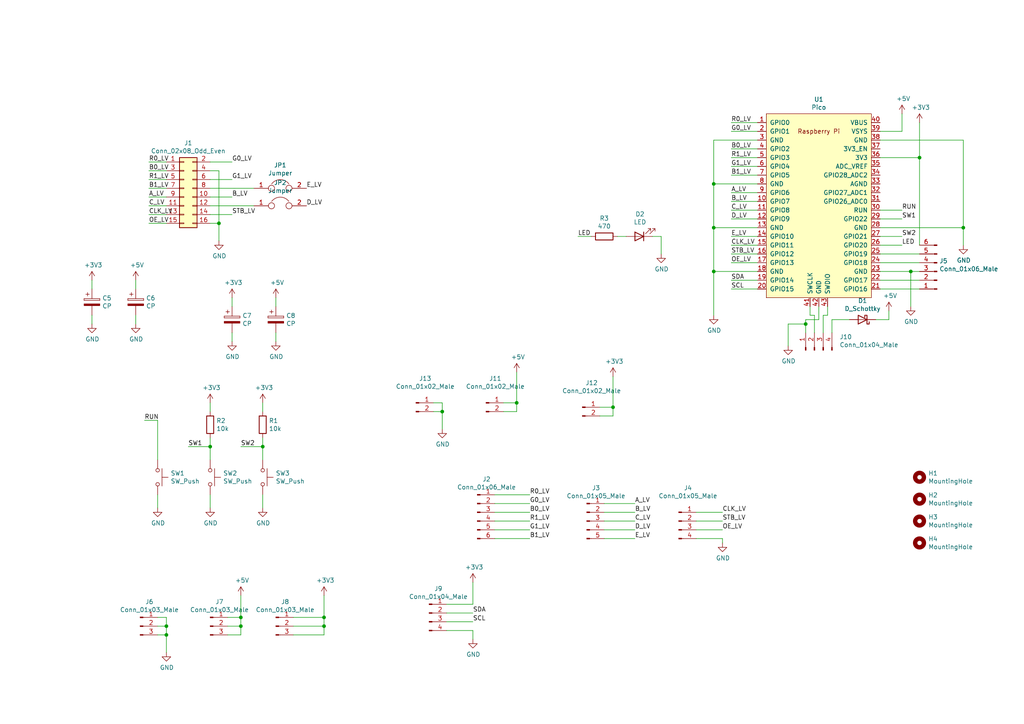
<source format=kicad_sch>
(kicad_sch (version 20230121) (generator eeschema)
  (paper "A4")
  (lib_symbols
    (symbol "Connector_Generic:Conn_02x08_Odd_Even" (pin_names (offset 1.016) hide)
      (property "Reference" "J" (at 1.27 10.16 0))
      (property "Value" "Conn_02x08_Odd_Even" (at 1.27 -12.7 0))
      (symbol "Conn_02x08_Odd_Even_1_1"
        (rectangle (start -1.27 -10.033) (end 0 -10.287) (stroke (width 0.1524)))
        (rectangle (start -1.27 -7.493) (end 0 -7.747) (stroke (width 0.1524)))
        (rectangle (start -1.27 -4.953) (end 0 -5.207) (stroke (width 0.1524)))
        (rectangle (start -1.27 -2.413) (end 0 -2.667) (stroke (width 0.1524)))
        (rectangle (start -1.27 0.127) (end 0 -0.127) (stroke (width 0.1524)))
        (rectangle (start -1.27 2.667) (end 0 2.413) (stroke (width 0.1524)))
        (rectangle (start -1.27 5.207) (end 0 4.953) (stroke (width 0.1524)))
        (rectangle (start -1.27 7.747) (end 0 7.493) (stroke (width 0.1524)))
        (rectangle (start -1.27 8.89) (end 3.81 -11.43) (stroke (width 0.254)) (fill (type background)))
        (rectangle (start 3.81 -10.033) (end 2.54 -10.287) (stroke (width 0.1524)))
        (rectangle (start 3.81 -7.493) (end 2.54 -7.747) (stroke (width 0.1524)))
        (rectangle (start 3.81 -4.953) (end 2.54 -5.207) (stroke (width 0.1524)))
        (rectangle (start 3.81 -2.413) (end 2.54 -2.667) (stroke (width 0.1524)))
        (rectangle (start 3.81 0.127) (end 2.54 -0.127) (stroke (width 0.1524)))
        (rectangle (start 3.81 2.667) (end 2.54 2.413) (stroke (width 0.1524)))
        (rectangle (start 3.81 5.207) (end 2.54 4.953) (stroke (width 0.1524)))
        (rectangle (start 3.81 7.747) (end 2.54 7.493) (stroke (width 0.1524)))
        (pin passive line (at -5.08 7.62 0) (length 3.81) (name "Pin_1") (number "1"))
        (pin passive line (at 7.62 -2.54 180) (length 3.81) (name "Pin_10") (number "10"))
        (pin passive line (at -5.08 -5.08 0) (length 3.81) (name "Pin_11") (number "11"))
        (pin passive line (at 7.62 -5.08 180) (length 3.81) (name "Pin_12") (number "12"))
        (pin passive line (at -5.08 -7.62 0) (length 3.81) (name "Pin_13") (number "13"))
        (pin passive line (at 7.62 -7.62 180) (length 3.81) (name "Pin_14") (number "14"))
        (pin passive line (at -5.08 -10.16 0) (length 3.81) (name "Pin_15") (number "15"))
        (pin passive line (at 7.62 -10.16 180) (length 3.81) (name "Pin_16") (number "16"))
        (pin passive line (at 7.62 7.62 180) (length 3.81) (name "Pin_2") (number "2"))
        (pin passive line (at -5.08 5.08 0) (length 3.81) (name "Pin_3") (number "3"))
        (pin passive line (at 7.62 5.08 180) (length 3.81) (name "Pin_4") (number "4"))
        (pin passive line (at -5.08 2.54 0) (length 3.81) (name "Pin_5") (number "5"))
        (pin passive line (at 7.62 2.54 180) (length 3.81) (name "Pin_6") (number "6"))
        (pin passive line (at -5.08 0 0) (length 3.81) (name "Pin_7") (number "7"))
        (pin passive line (at 7.62 0 180) (length 3.81) (name "Pin_8") (number "8"))
        (pin passive line (at -5.08 -2.54 0) (length 3.81) (name "Pin_9") (number "9"))
      )
    )
    (symbol "Device:D_Schottky" (pin_numbers hide) (pin_names (offset 1.016) hide)
      (property "Reference" "D" (at 0 2.54 0))
      (property "Value" "D_Schottky" (at 0 -2.54 0))
      (symbol "D_Schottky_0_1"
        (polyline (pts (xy 1.27 0) (xy -1.27 0)))
        (polyline (pts (xy 1.27 1.27) (xy 1.27 -1.27) (xy -1.27 0) (xy 1.27 1.27)) (stroke (width 0.254)))
        (polyline (pts (xy -1.905 0.635) (xy -1.905 1.27) (xy -1.27 1.27) (xy -1.27 -1.27) (xy -0.635 -1.27) (xy -0.635 -0.635)) (stroke (width 0.254)))
      )
      (symbol "D_Schottky_1_1"
        (pin passive line (at -3.81 0 0) (length 2.54) (name "K") (number "1"))
        (pin passive line (at 3.81 0 180) (length 2.54) (name "A") (number "2"))
      )
    )
    (symbol "Device:LED" (pin_numbers hide) (pin_names (offset 1.016) hide)
      (property "Reference" "D" (at 0 2.54 0))
      (property "Value" "LED" (at 0 -2.54 0))
      (symbol "LED_0_1"
        (polyline (pts (xy -1.27 -1.27) (xy -1.27 1.27)) (stroke (width 0.254)))
        (polyline (pts (xy -1.27 0) (xy 1.27 0)))
        (polyline (pts (xy 1.27 -1.27) (xy 1.27 1.27) (xy -1.27 0) (xy 1.27 -1.27)) (stroke (width 0.254)))
        (polyline (pts (xy -3.048 -0.762) (xy -4.572 -2.286) (xy -3.81 -2.286) (xy -4.572 -2.286) (xy -4.572 -1.524)))
        (polyline (pts (xy -1.778 -0.762) (xy -3.302 -2.286) (xy -2.54 -2.286) (xy -3.302 -2.286) (xy -3.302 -1.524)))
      )
      (symbol "LED_1_1"
        (pin passive line (at -3.81 0 0) (length 2.54) (name "K") (number "1"))
        (pin passive line (at 3.81 0 180) (length 2.54) (name "A") (number "2"))
      )
    )
    (symbol "Device:R" (pin_numbers hide) (pin_names (offset 0))
      (property "Reference" "R" (at 2.032 0 90))
      (property "Value" "R" (at 0 0 90))
      (symbol "R_0_1"
        (rectangle (start -1.016 -2.54) (end 1.016 2.54) (stroke (width 0.254)))
      )
      (symbol "R_1_1"
        (pin passive line (at 0 3.81 270) (length 1.27) (name "~") (number "1"))
        (pin passive line (at 0 -3.81 90) (length 1.27) (name "~") (number "2"))
      )
    )
    (symbol "MCU_RaspberryPi_and_Boards:Pico" (pin_names (offset 1.016))
      (property "Reference" "U" (at -13.97 27.94 0))
      (property "Value" "Pico" (at 0 19.05 0))
      (symbol "Pico_0_0"
        (text "Raspberry Pi" (at 0 21.59 0) (effects (font (size 1.27 1.27))))
      )
      (symbol "Pico_0_1"
        (rectangle (start -15.24 26.67) (end 15.24 -26.67) (fill (type background)))
      )
      (symbol "Pico_1_1"
        (pin bidirectional line (at -17.78 24.13 0) (length 2.54) (name "GPIO0") (number "1"))
        (pin bidirectional line (at -17.78 1.27 0) (length 2.54) (name "GPIO7") (number "10"))
        (pin bidirectional line (at -17.78 -1.27 0) (length 2.54) (name "GPIO8") (number "11"))
        (pin bidirectional line (at -17.78 -3.81 0) (length 2.54) (name "GPIO9") (number "12"))
        (pin power_in line (at -17.78 -6.35 0) (length 2.54) (name "GND") (number "13"))
        (pin bidirectional line (at -17.78 -8.89 0) (length 2.54) (name "GPIO10") (number "14"))
        (pin bidirectional line (at -17.78 -11.43 0) (length 2.54) (name "GPIO11") (number "15"))
        (pin bidirectional line (at -17.78 -13.97 0) (length 2.54) (name "GPIO12") (number "16"))
        (pin bidirectional line (at -17.78 -16.51 0) (length 2.54) (name "GPIO13") (number "17"))
        (pin power_in line (at -17.78 -19.05 0) (length 2.54) (name "GND") (number "18"))
        (pin bidirectional line (at -17.78 -21.59 0) (length 2.54) (name "GPIO14") (number "19"))
        (pin bidirectional line (at -17.78 21.59 0) (length 2.54) (name "GPIO1") (number "2"))
        (pin bidirectional line (at -17.78 -24.13 0) (length 2.54) (name "GPIO15") (number "20"))
        (pin bidirectional line (at 17.78 -24.13 180) (length 2.54) (name "GPIO16") (number "21"))
        (pin bidirectional line (at 17.78 -21.59 180) (length 2.54) (name "GPIO17") (number "22"))
        (pin power_in line (at 17.78 -19.05 180) (length 2.54) (name "GND") (number "23"))
        (pin bidirectional line (at 17.78 -16.51 180) (length 2.54) (name "GPIO18") (number "24"))
        (pin bidirectional line (at 17.78 -13.97 180) (length 2.54) (name "GPIO19") (number "25"))
        (pin bidirectional line (at 17.78 -11.43 180) (length 2.54) (name "GPIO20") (number "26"))
        (pin bidirectional line (at 17.78 -8.89 180) (length 2.54) (name "GPIO21") (number "27"))
        (pin power_in line (at 17.78 -6.35 180) (length 2.54) (name "GND") (number "28"))
        (pin bidirectional line (at 17.78 -3.81 180) (length 2.54) (name "GPIO22") (number "29"))
        (pin power_in line (at -17.78 19.05 0) (length 2.54) (name "GND") (number "3"))
        (pin input line (at 17.78 -1.27 180) (length 2.54) (name "RUN") (number "30"))
        (pin bidirectional line (at 17.78 1.27 180) (length 2.54) (name "GPIO26_ADC0") (number "31"))
        (pin bidirectional line (at 17.78 3.81 180) (length 2.54) (name "GPIO27_ADC1") (number "32"))
        (pin power_in line (at 17.78 6.35 180) (length 2.54) (name "AGND") (number "33"))
        (pin bidirectional line (at 17.78 8.89 180) (length 2.54) (name "GPIO28_ADC2") (number "34"))
        (pin unspecified line (at 17.78 11.43 180) (length 2.54) (name "ADC_VREF") (number "35"))
        (pin unspecified line (at 17.78 13.97 180) (length 2.54) (name "3V3") (number "36"))
        (pin input line (at 17.78 16.51 180) (length 2.54) (name "3V3_EN") (number "37"))
        (pin bidirectional line (at 17.78 19.05 180) (length 2.54) (name "GND") (number "38"))
        (pin unspecified line (at 17.78 21.59 180) (length 2.54) (name "VSYS") (number "39"))
        (pin bidirectional line (at -17.78 16.51 0) (length 2.54) (name "GPIO2") (number "4"))
        (pin unspecified line (at 17.78 24.13 180) (length 2.54) (name "VBUS") (number "40"))
        (pin input line (at -2.54 -29.21 90) (length 2.54) (name "SWCLK") (number "41"))
        (pin power_in line (at 0 -29.21 90) (length 2.54) (name "GND") (number "42"))
        (pin bidirectional line (at 2.54 -29.21 90) (length 2.54) (name "SWDIO") (number "43"))
        (pin bidirectional line (at -17.78 13.97 0) (length 2.54) (name "GPIO3") (number "5"))
        (pin bidirectional line (at -17.78 11.43 0) (length 2.54) (name "GPIO4") (number "6"))
        (pin bidirectional line (at -17.78 8.89 0) (length 2.54) (name "GPIO5") (number "7"))
        (pin power_in line (at -17.78 6.35 0) (length 2.54) (name "GND") (number "8"))
        (pin bidirectional line (at -17.78 3.81 0) (length 2.54) (name "GPIO6") (number "9"))
      )
    )
    (symbol "Mechanical:MountingHole" (pin_names (offset 1.016))
      (property "Reference" "H" (at 0 5.08 0))
      (property "Value" "MountingHole" (at 0 3.175 0))
      (symbol "MountingHole_0_1"
        (circle (center 0 0) (radius 1.27) (stroke (width 1.27)))
      )
    )
    (symbol "Switch:SW_Push" (pin_numbers hide) (pin_names (offset 1.016) hide)
      (property "Reference" "SW" (at 1.27 2.54 0))
      (property "Value" "SW_Push" (at 0 -1.524 0))
      (symbol "SW_Push_0_1"
        (circle (center -2.032 0) (radius 0.508))
        (polyline (pts (xy 0 1.27) (xy 0 3.048)))
        (polyline (pts (xy 2.54 1.27) (xy -2.54 1.27)))
        (circle (center 2.032 0) (radius 0.508))
        (pin passive line (at -5.08 0 0) (length 2.54) (name "1") (number "1"))
        (pin passive line (at 5.08 0 180) (length 2.54) (name "2") (number "2"))
      )
    )
    (symbol "pico-hub75-rescue:+3.3V-power" (power) (pin_names (offset 0))
      (property "Value" "+3.3V-power" (at 0 3.556 0))
      (symbol "+3.3V-power_0_1"
        (polyline (pts (xy -0.762 1.27) (xy 0 2.54)))
        (polyline (pts (xy 0 0) (xy 0 2.54)))
        (polyline (pts (xy 0 2.54) (xy 0.762 1.27)))
      )
      (symbol "+3.3V-power_1_1"
        (pin power_in line (at 0 0 90) (length 0) hide (name "+3V3") (number "1"))
      )
    )
    (symbol "pico-hub75-rescue:CP-Device" (pin_numbers hide) (pin_names (offset 0.254))
      (property "Reference" "C" (at 0.635 2.54 0))
      (property "Value" "Device_CP" (at 0.635 -2.54 0))
      (symbol "CP-Device_0_1"
        (rectangle (start -2.286 0.508) (end -2.286 1.016))
        (rectangle (start -2.286 0.508) (end 2.286 0.508))
        (polyline (pts (xy -1.778 2.286) (xy -0.762 2.286)))
        (polyline (pts (xy -1.27 2.794) (xy -1.27 1.778)))
        (rectangle (start 2.286 -0.508) (end -2.286 -1.016) (fill (type outline)))
        (rectangle (start 2.286 1.016) (end -2.286 1.016))
        (rectangle (start 2.286 1.016) (end 2.286 0.508))
      )
      (symbol "CP-Device_1_1"
        (pin passive line (at 0 3.81 270) (length 2.794) (name "~") (number "1"))
        (pin passive line (at 0 -3.81 90) (length 2.794) (name "~") (number "2"))
      )
    )
    (symbol "pico-hub75-rescue:Conn_01x02_Male-Connector" (pin_names (offset 1.016) hide)
      (property "Reference" "J" (at 0 2.54 0))
      (property "Value" "Connector_Conn_01x02_Male" (at 0 -5.08 0))
      (symbol "Conn_01x02_Male-Connector_1_1"
        (polyline (pts (xy 1.27 -2.54) (xy 0.8636 -2.54)) (stroke (width 0.1524)))
        (polyline (pts (xy 1.27 0) (xy 0.8636 0)) (stroke (width 0.1524)))
        (rectangle (start 0.8636 -2.413) (end 0 -2.667) (stroke (width 0.1524)) (fill (type outline)))
        (rectangle (start 0.8636 0.127) (end 0 -0.127) (stroke (width 0.1524)) (fill (type outline)))
        (pin passive line (at 5.08 0 180) (length 3.81) (name "Pin_1") (number "1"))
        (pin passive line (at 5.08 -2.54 180) (length 3.81) (name "Pin_2") (number "2"))
      )
    )
    (symbol "pico-hub75-rescue:Conn_01x03_Male-Connector" (pin_names (offset 1.016) hide)
      (property "Reference" "J" (at 0 5.08 0))
      (property "Value" "Connector_Conn_01x03_Male" (at 0 -5.08 0))
      (symbol "Conn_01x03_Male-Connector_1_1"
        (polyline (pts (xy 1.27 -2.54) (xy 0.8636 -2.54)) (stroke (width 0.1524)))
        (polyline (pts (xy 1.27 0) (xy 0.8636 0)) (stroke (width 0.1524)))
        (polyline (pts (xy 1.27 2.54) (xy 0.8636 2.54)) (stroke (width 0.1524)))
        (rectangle (start 0.8636 -2.413) (end 0 -2.667) (stroke (width 0.1524)) (fill (type outline)))
        (rectangle (start 0.8636 0.127) (end 0 -0.127) (stroke (width 0.1524)) (fill (type outline)))
        (rectangle (start 0.8636 2.667) (end 0 2.413) (stroke (width 0.1524)) (fill (type outline)))
        (pin passive line (at 5.08 2.54 180) (length 3.81) (name "Pin_1") (number "1"))
        (pin passive line (at 5.08 0 180) (length 3.81) (name "Pin_2") (number "2"))
        (pin passive line (at 5.08 -2.54 180) (length 3.81) (name "Pin_3") (number "3"))
      )
    )
    (symbol "pico-hub75-rescue:Conn_01x04_Male-Connector" (pin_names (offset 1.016) hide)
      (property "Reference" "J" (at 0 5.08 0))
      (property "Value" "Connector_Conn_01x04_Male" (at 0 -7.62 0))
      (symbol "Conn_01x04_Male-Connector_1_1"
        (polyline (pts (xy 1.27 -5.08) (xy 0.8636 -5.08)) (stroke (width 0.1524)))
        (polyline (pts (xy 1.27 -2.54) (xy 0.8636 -2.54)) (stroke (width 0.1524)))
        (polyline (pts (xy 1.27 0) (xy 0.8636 0)) (stroke (width 0.1524)))
        (polyline (pts (xy 1.27 2.54) (xy 0.8636 2.54)) (stroke (width 0.1524)))
        (rectangle (start 0.8636 -4.953) (end 0 -5.207) (stroke (width 0.1524)) (fill (type outline)))
        (rectangle (start 0.8636 -2.413) (end 0 -2.667) (stroke (width 0.1524)) (fill (type outline)))
        (rectangle (start 0.8636 0.127) (end 0 -0.127) (stroke (width 0.1524)) (fill (type outline)))
        (rectangle (start 0.8636 2.667) (end 0 2.413) (stroke (width 0.1524)) (fill (type outline)))
        (pin passive line (at 5.08 2.54 180) (length 3.81) (name "Pin_1") (number "1"))
        (pin passive line (at 5.08 0 180) (length 3.81) (name "Pin_2") (number "2"))
        (pin passive line (at 5.08 -2.54 180) (length 3.81) (name "Pin_3") (number "3"))
        (pin passive line (at 5.08 -5.08 180) (length 3.81) (name "Pin_4") (number "4"))
      )
    )
    (symbol "pico-hub75-rescue:Conn_01x05_Male-Connector" (pin_names (offset 1.016) hide)
      (property "Reference" "J" (at 0 7.62 0))
      (property "Value" "Connector_Conn_01x05_Male" (at 0 -7.62 0))
      (symbol "Conn_01x05_Male-Connector_1_1"
        (polyline (pts (xy 1.27 -5.08) (xy 0.8636 -5.08)) (stroke (width 0.1524)))
        (polyline (pts (xy 1.27 -2.54) (xy 0.8636 -2.54)) (stroke (width 0.1524)))
        (polyline (pts (xy 1.27 0) (xy 0.8636 0)) (stroke (width 0.1524)))
        (polyline (pts (xy 1.27 2.54) (xy 0.8636 2.54)) (stroke (width 0.1524)))
        (polyline (pts (xy 1.27 5.08) (xy 0.8636 5.08)) (stroke (width 0.1524)))
        (rectangle (start 0.8636 -4.953) (end 0 -5.207) (stroke (width 0.1524)) (fill (type outline)))
        (rectangle (start 0.8636 -2.413) (end 0 -2.667) (stroke (width 0.1524)) (fill (type outline)))
        (rectangle (start 0.8636 0.127) (end 0 -0.127) (stroke (width 0.1524)) (fill (type outline)))
        (rectangle (start 0.8636 2.667) (end 0 2.413) (stroke (width 0.1524)) (fill (type outline)))
        (rectangle (start 0.8636 5.207) (end 0 4.953) (stroke (width 0.1524)) (fill (type outline)))
        (pin passive line (at 5.08 5.08 180) (length 3.81) (name "Pin_1") (number "1"))
        (pin passive line (at 5.08 2.54 180) (length 3.81) (name "Pin_2") (number "2"))
        (pin passive line (at 5.08 0 180) (length 3.81) (name "Pin_3") (number "3"))
        (pin passive line (at 5.08 -2.54 180) (length 3.81) (name "Pin_4") (number "4"))
        (pin passive line (at 5.08 -5.08 180) (length 3.81) (name "Pin_5") (number "5"))
      )
    )
    (symbol "pico-hub75-rescue:Conn_01x06_Male-Connector" (pin_names (offset 1.016) hide)
      (property "Reference" "J" (at 0 7.62 0))
      (property "Value" "Connector_Conn_01x06_Male" (at 0 -10.16 0))
      (symbol "Conn_01x06_Male-Connector_1_1"
        (polyline (pts (xy 1.27 -7.62) (xy 0.8636 -7.62)) (stroke (width 0.1524)))
        (polyline (pts (xy 1.27 -5.08) (xy 0.8636 -5.08)) (stroke (width 0.1524)))
        (polyline (pts (xy 1.27 -2.54) (xy 0.8636 -2.54)) (stroke (width 0.1524)))
        (polyline (pts (xy 1.27 0) (xy 0.8636 0)) (stroke (width 0.1524)))
        (polyline (pts (xy 1.27 2.54) (xy 0.8636 2.54)) (stroke (width 0.1524)))
        (polyline (pts (xy 1.27 5.08) (xy 0.8636 5.08)) (stroke (width 0.1524)))
        (rectangle (start 0.8636 -7.493) (end 0 -7.747) (stroke (width 0.1524)) (fill (type outline)))
        (rectangle (start 0.8636 -4.953) (end 0 -5.207) (stroke (width 0.1524)) (fill (type outline)))
        (rectangle (start 0.8636 -2.413) (end 0 -2.667) (stroke (width 0.1524)) (fill (type outline)))
        (rectangle (start 0.8636 0.127) (end 0 -0.127) (stroke (width 0.1524)) (fill (type outline)))
        (rectangle (start 0.8636 2.667) (end 0 2.413) (stroke (width 0.1524)) (fill (type outline)))
        (rectangle (start 0.8636 5.207) (end 0 4.953) (stroke (width 0.1524)) (fill (type outline)))
        (pin passive line (at 5.08 5.08 180) (length 3.81) (name "Pin_1") (number "1"))
        (pin passive line (at 5.08 2.54 180) (length 3.81) (name "Pin_2") (number "2"))
        (pin passive line (at 5.08 0 180) (length 3.81) (name "Pin_3") (number "3"))
        (pin passive line (at 5.08 -2.54 180) (length 3.81) (name "Pin_4") (number "4"))
        (pin passive line (at 5.08 -5.08 180) (length 3.81) (name "Pin_5") (number "5"))
        (pin passive line (at 5.08 -7.62 180) (length 3.81) (name "Pin_6") (number "6"))
      )
    )
    (symbol "pico-hub75-rescue:Jumper-Device" (pin_names (offset 0.762) hide)
      (property "Reference" "JP" (at 0 3.81 0))
      (property "Value" "Device_Jumper" (at 0 -2.032 0))
      (symbol "Jumper-Device_0_1"
        (circle (center -2.54 0) (radius 0.889))
        (arc (start 2.5146 1.27) (mid 0.0078 2.5097) (end -2.4892 1.27))
        (circle (center 2.54 0) (radius 0.889))
        (pin passive line (at -7.62 0 0) (length 4.191) (name "1") (number "1"))
        (pin passive line (at 7.62 0 180) (length 4.191) (name "2") (number "2"))
      )
    )
    (symbol "power:+5V" (power) (pin_names (offset 0))
      (property "Value" "+5V" (at 0 3.556 0))
      (symbol "+5V_0_1"
        (polyline (pts (xy -0.762 1.27) (xy 0 2.54)))
        (polyline (pts (xy 0 0) (xy 0 2.54)))
        (polyline (pts (xy 0 2.54) (xy 0.762 1.27)))
      )
      (symbol "+5V_1_1"
        (pin power_in line (at 0 0 90) (length 0) hide (name "+5V") (number "1"))
      )
    )
    (symbol "power:GND" (power) (pin_names (offset 0))
      (property "Value" "GND" (at 0 -3.81 0))
      (symbol "GND_0_1"
        (polyline (pts (xy 0 0) (xy 0 -1.27) (xy 1.27 -1.27) (xy 0 -2.54) (xy -1.27 -1.27) (xy 0 -1.27)))
      )
      (symbol "GND_1_1"
        (pin power_in line (at 0 0 270) (length 0) hide (name "GND") (number "1"))
      )
    )
  )
  (junction (at 279.4 66.04))
  (junction (at 69.85 181.61))
  (junction (at 266.7 45.72))
  (junction (at 93.98 181.61))
  (junction (at 177.8 118.11))
  (junction (at 63.5 64.77))
  (junction (at 60.96 129.54))
  (junction (at 76.2 129.54))
  (junction (at 93.98 179.07))
  (junction (at 128.27 119.38))
  (junction (at 264.16 78.74))
  (junction (at 48.26 181.61))
  (junction (at 207.01 78.74))
  (junction (at 149.86 116.84))
  (junction (at 233.68 93.98))
  (junction (at 207.01 66.04))
  (junction (at 207.01 53.34))
  (junction (at 48.26 184.15))
  (junction (at 69.85 179.07))
  (wire (pts (xy 128.27 119.38) (xy 128.27 116.84)))
  (wire (pts (xy 219.71 66.04) (xy 207.01 66.04)))
  (wire (pts (xy 60.96 133.35) (xy 60.96 129.54)))
  (wire (pts (xy 219.71 81.28) (xy 212.09 81.28)))
  (wire (pts (xy 219.71 53.34) (xy 207.01 53.34)))
  (wire (pts (xy 45.72 121.92) (xy 41.91 121.92)))
  (wire (pts (xy 45.72 181.61) (xy 48.26 181.61)))
  (wire (pts (xy 233.68 92.71) (xy 237.49 92.71)))
  (wire (pts (xy 219.71 60.96) (xy 212.09 60.96)))
  (wire (pts (xy 66.04 181.61) (xy 69.85 181.61)))
  (wire (pts (xy 60.96 46.99) (xy 67.31 46.99)))
  (wire (pts (xy 255.27 71.12) (xy 261.62 71.12)))
  (wire (pts (xy 69.85 184.15) (xy 69.85 181.61)))
  (wire (pts (xy 241.3 92.71) (xy 246.38 92.71)))
  (wire (pts (xy 85.09 181.61) (xy 93.98 181.61)))
  (wire (pts (xy 173.99 118.11) (xy 177.8 118.11)))
  (wire (pts (xy 93.98 181.61) (xy 93.98 184.15)))
  (wire (pts (xy 201.93 153.67) (xy 209.55 153.67)))
  (wire (pts (xy 171.45 68.58) (xy 167.64 68.58)))
  (wire (pts (xy 255.27 81.28) (xy 266.7 81.28)))
  (wire (pts (xy 236.22 91.44) (xy 234.95 91.44)))
  (wire (pts (xy 279.4 66.04) (xy 279.4 71.12)))
  (wire (pts (xy 60.96 52.07) (xy 67.31 52.07)))
  (wire (pts (xy 26.67 93.98) (xy 26.67 91.44)))
  (wire (pts (xy 76.2 147.32) (xy 76.2 143.51)))
  (wire (pts (xy 45.72 184.15) (xy 48.26 184.15)))
  (wire (pts (xy 177.8 109.22) (xy 177.8 118.11)))
  (wire (pts (xy 26.67 83.82) (xy 26.67 81.28)))
  (wire (pts (xy 137.16 182.88) (xy 137.16 185.42)))
  (wire (pts (xy 60.96 57.15) (xy 67.31 57.15)))
  (wire (pts (xy 60.96 54.61) (xy 73.66 54.61)))
  (wire (pts (xy 219.71 35.56) (xy 212.09 35.56)))
  (wire (pts (xy 143.51 151.13) (xy 153.67 151.13)))
  (wire (pts (xy 137.16 175.26) (xy 137.16 168.91)))
  (wire (pts (xy 85.09 184.15) (xy 93.98 184.15)))
  (wire (pts (xy 233.68 93.98) (xy 228.6 93.98)))
  (wire (pts (xy 128.27 124.46) (xy 128.27 119.38)))
  (wire (pts (xy 143.51 148.59) (xy 153.67 148.59)))
  (wire (pts (xy 48.26 184.15) (xy 48.26 181.61)))
  (wire (pts (xy 279.4 40.64) (xy 279.4 66.04)))
  (wire (pts (xy 67.31 99.06) (xy 67.31 96.52)))
  (wire (pts (xy 66.04 184.15) (xy 69.85 184.15)))
  (wire (pts (xy 255.27 40.64) (xy 279.4 40.64)))
  (wire (pts (xy 255.27 63.5) (xy 261.62 63.5)))
  (wire (pts (xy 238.76 96.52) (xy 238.76 91.44)))
  (wire (pts (xy 261.62 38.1) (xy 261.62 33.02)))
  (wire (pts (xy 48.26 179.07) (xy 45.72 179.07)))
  (wire (pts (xy 48.26 46.99) (xy 43.18 46.99)))
  (wire (pts (xy 175.26 156.21) (xy 184.15 156.21)))
  (wire (pts (xy 129.54 177.8) (xy 137.16 177.8)))
  (wire (pts (xy 219.71 71.12) (xy 212.09 71.12)))
  (wire (pts (xy 60.96 129.54) (xy 54.61 129.54)))
  (wire (pts (xy 240.03 91.44) (xy 240.03 88.9)))
  (wire (pts (xy 129.54 175.26) (xy 137.16 175.26)))
  (wire (pts (xy 266.7 76.2) (xy 255.27 76.2)))
  (wire (pts (xy 201.93 148.59) (xy 209.55 148.59)))
  (wire (pts (xy 85.09 179.07) (xy 93.98 179.07)))
  (wire (pts (xy 76.2 133.35) (xy 76.2 129.54)))
  (wire (pts (xy 255.27 66.04) (xy 279.4 66.04)))
  (wire (pts (xy 76.2 129.54) (xy 69.85 129.54)))
  (wire (pts (xy 60.96 64.77) (xy 63.5 64.77)))
  (wire (pts (xy 177.8 120.65) (xy 177.8 118.11)))
  (wire (pts (xy 264.16 78.74) (xy 266.7 78.74)))
  (wire (pts (xy 255.27 83.82) (xy 266.7 83.82)))
  (wire (pts (xy 219.71 55.88) (xy 212.09 55.88)))
  (wire (pts (xy 173.99 120.65) (xy 177.8 120.65)))
  (wire (pts (xy 175.26 151.13) (xy 184.15 151.13)))
  (wire (pts (xy 264.16 78.74) (xy 264.16 88.9)))
  (wire (pts (xy 175.26 146.05) (xy 184.15 146.05)))
  (wire (pts (xy 175.26 148.59) (xy 184.15 148.59)))
  (wire (pts (xy 255.27 68.58) (xy 261.62 68.58)))
  (wire (pts (xy 212.09 73.66) (xy 219.71 73.66)))
  (wire (pts (xy 45.72 121.92) (xy 45.72 133.35)))
  (wire (pts (xy 129.54 182.88) (xy 137.16 182.88)))
  (wire (pts (xy 254 92.71) (xy 257.81 92.71)))
  (wire (pts (xy 48.26 189.23) (xy 48.26 184.15)))
  (wire (pts (xy 181.61 68.58) (xy 179.07 68.58)))
  (wire (pts (xy 228.6 93.98) (xy 228.6 100.33)))
  (wire (pts (xy 266.7 45.72) (xy 266.7 35.56)))
  (wire (pts (xy 219.71 48.26) (xy 212.09 48.26)))
  (wire (pts (xy 66.04 179.07) (xy 69.85 179.07)))
  (wire (pts (xy 76.2 119.38) (xy 76.2 116.84)))
  (wire (pts (xy 219.71 76.2) (xy 212.09 76.2)))
  (wire (pts (xy 93.98 179.07) (xy 93.98 181.61)))
  (wire (pts (xy 219.71 43.18) (xy 212.09 43.18)))
  (wire (pts (xy 143.51 153.67) (xy 153.67 153.67)))
  (wire (pts (xy 60.96 119.38) (xy 60.96 116.84)))
  (wire (pts (xy 233.68 96.52) (xy 233.68 93.98)))
  (wire (pts (xy 45.72 147.32) (xy 45.72 143.51)))
  (wire (pts (xy 238.76 91.44) (xy 240.03 91.44)))
  (wire (pts (xy 48.26 49.53) (xy 43.18 49.53)))
  (wire (pts (xy 69.85 179.07) (xy 69.85 172.72)))
  (wire (pts (xy 39.37 83.82) (xy 39.37 81.28)))
  (wire (pts (xy 191.77 68.58) (xy 189.23 68.58)))
  (wire (pts (xy 143.51 156.21) (xy 153.67 156.21)))
  (wire (pts (xy 60.96 59.69) (xy 73.66 59.69)))
  (wire (pts (xy 48.26 59.69) (xy 43.18 59.69)))
  (wire (pts (xy 143.51 146.05) (xy 153.67 146.05)))
  (wire (pts (xy 201.93 151.13) (xy 209.55 151.13)))
  (wire (pts (xy 175.26 153.67) (xy 184.15 153.67)))
  (wire (pts (xy 237.49 92.71) (xy 237.49 88.9)))
  (wire (pts (xy 146.05 116.84) (xy 149.86 116.84)))
  (wire (pts (xy 191.77 73.66) (xy 191.77 68.58)))
  (wire (pts (xy 63.5 49.53) (xy 63.5 64.77)))
  (wire (pts (xy 255.27 38.1) (xy 261.62 38.1)))
  (wire (pts (xy 207.01 78.74) (xy 207.01 91.44)))
  (wire (pts (xy 255.27 73.66) (xy 266.7 73.66)))
  (wire (pts (xy 146.05 119.38) (xy 149.86 119.38)))
  (wire (pts (xy 255.27 45.72) (xy 266.7 45.72)))
  (wire (pts (xy 219.71 78.74) (xy 207.01 78.74)))
  (wire (pts (xy 48.26 52.07) (xy 43.18 52.07)))
  (wire (pts (xy 143.51 143.51) (xy 153.67 143.51)))
  (wire (pts (xy 60.96 129.54) (xy 60.96 127)))
  (wire (pts (xy 60.96 147.32) (xy 60.96 143.51)))
  (wire (pts (xy 209.55 156.21) (xy 209.55 157.48)))
  (wire (pts (xy 48.26 57.15) (xy 43.18 57.15)))
  (wire (pts (xy 207.01 40.64) (xy 207.01 53.34)))
  (wire (pts (xy 236.22 96.52) (xy 236.22 91.44)))
  (wire (pts (xy 48.26 62.23) (xy 43.18 62.23)))
  (wire (pts (xy 129.54 180.34) (xy 137.16 180.34)))
  (wire (pts (xy 69.85 181.61) (xy 69.85 179.07)))
  (wire (pts (xy 219.71 58.42) (xy 212.09 58.42)))
  (wire (pts (xy 48.26 54.61) (xy 43.18 54.61)))
  (wire (pts (xy 207.01 66.04) (xy 207.01 78.74)))
  (wire (pts (xy 219.71 68.58) (xy 212.09 68.58)))
  (wire (pts (xy 93.98 172.72) (xy 93.98 179.07)))
  (wire (pts (xy 80.01 99.06) (xy 80.01 96.52)))
  (wire (pts (xy 219.71 83.82) (xy 212.09 83.82)))
  (wire (pts (xy 149.86 119.38) (xy 149.86 116.84)))
  (wire (pts (xy 257.81 92.71) (xy 257.81 90.17)))
  (wire (pts (xy 60.96 62.23) (xy 67.31 62.23)))
  (wire (pts (xy 207.01 53.34) (xy 207.01 66.04)))
  (wire (pts (xy 60.96 49.53) (xy 63.5 49.53)))
  (wire (pts (xy 125.73 116.84) (xy 128.27 116.84)))
  (wire (pts (xy 219.71 63.5) (xy 212.09 63.5)))
  (wire (pts (xy 201.93 156.21) (xy 209.55 156.21)))
  (wire (pts (xy 255.27 60.96) (xy 261.62 60.96)))
  (wire (pts (xy 67.31 88.9) (xy 67.31 86.36)))
  (wire (pts (xy 219.71 40.64) (xy 207.01 40.64)))
  (wire (pts (xy 234.95 91.44) (xy 234.95 88.9)))
  (wire (pts (xy 48.26 181.61) (xy 48.26 179.07)))
  (wire (pts (xy 48.26 64.77) (xy 43.18 64.77)))
  (wire (pts (xy 39.37 93.98) (xy 39.37 91.44)))
  (wire (pts (xy 76.2 129.54) (xy 76.2 127)))
  (wire (pts (xy 266.7 45.72) (xy 266.7 71.12)))
  (wire (pts (xy 125.73 119.38) (xy 128.27 119.38)))
  (wire (pts (xy 219.71 38.1) (xy 212.09 38.1)))
  (wire (pts (xy 149.86 107.95) (xy 149.86 116.84)))
  (wire (pts (xy 63.5 64.77) (xy 63.5 69.85)))
  (wire (pts (xy 80.01 88.9) (xy 80.01 86.36)))
  (wire (pts (xy 233.68 93.98) (xy 233.68 92.71)))
  (wire (pts (xy 241.3 96.52) (xy 241.3 92.71)))
  (wire (pts (xy 219.71 50.8) (xy 212.09 50.8)))
  (wire (pts (xy 255.27 78.74) (xy 264.16 78.74)))
  (wire (pts (xy 219.71 45.72) (xy 212.09 45.72)))
  (label "D_LV" (at 184.15 153.67 0))
  (label "OE_LV" (at 212.09 76.2 0))
  (label "SCL" (at 137.16 180.34 0))
  (label "D_LV" (at 88.9 59.69 0))
  (label "A_LV" (at 184.15 146.05 0))
  (label "STB_LV" (at 209.55 151.13 0))
  (label "SW2" (at 261.62 68.58 0))
  (label "SW2" (at 69.85 129.54 0))
  (label "B_LV" (at 67.31 57.15 0))
  (label "E_LV" (at 212.09 68.58 0))
  (label "G0_LV" (at 153.67 146.05 0))
  (label "B1_LV" (at 43.18 54.61 0))
  (label "CLK_LV" (at 209.55 148.59 0))
  (label "B_LV" (at 212.09 58.42 0))
  (label "R1_LV" (at 153.67 151.13 0))
  (label "SW1" (at 54.61 129.54 0))
  (label "LED" (at 261.62 71.12 0))
  (label "CLK_LV" (at 43.18 62.23 0))
  (label "RUN" (at 41.91 121.92 0))
  (label "SW1" (at 261.62 63.5 0))
  (label "E_LV" (at 88.9 54.61 0))
  (label "R0_LV" (at 153.67 143.51 0))
  (label "B_LV" (at 184.15 148.59 0))
  (label "D_LV" (at 212.09 63.5 0))
  (label "LED" (at 167.64 68.58 0))
  (label "SDA" (at 137.16 177.8 0))
  (label "C_LV" (at 43.18 59.69 0))
  (label "OE_LV" (at 209.55 153.67 0))
  (label "R1_LV" (at 212.09 45.72 0))
  (label "B0_LV" (at 43.18 49.53 0))
  (label "STB_LV" (at 67.31 62.23 0))
  (label "E_LV" (at 184.15 156.21 0))
  (label "SDA" (at 212.09 81.28 0))
  (label "R0_LV" (at 43.18 46.99 0))
  (label "CLK_LV" (at 212.09 71.12 0))
  (label "OE_LV" (at 43.18 64.77 0))
  (label "A_LV" (at 43.18 57.15 0))
  (label "C_LV" (at 184.15 151.13 0))
  (label "B0_LV" (at 153.67 148.59 0))
  (label "RUN" (at 261.62 60.96 0))
  (label "G0_LV" (at 212.09 38.1 0))
  (label "G1_LV" (at 212.09 48.26 0))
  (label "B1_LV" (at 153.67 156.21 0))
  (label "G1_LV" (at 67.31 52.07 0))
  (label "B0_LV" (at 212.09 43.18 0))
  (label "C_LV" (at 212.09 60.96 0))
  (label "G0_LV" (at 67.31 46.99 0))
  (label "A_LV" (at 212.09 55.88 0))
  (label "R1_LV" (at 43.18 52.07 0))
  (label "STB_LV" (at 212.09 73.66 0))
  (label "B1_LV" (at 212.09 50.8 0))
  (label "R0_LV" (at 212.09 35.56 0))
  (label "G1_LV" (at 153.67 153.67 0))
  (label "SCL" (at 212.09 83.82 0))
  (symbol (lib_id "MCU_RaspberryPi_and_Boards:Pico") (at 237.49 59.69 0) (unit 1)
    (property "Reference" "U1" (at 237.49 28.829 0))
    (property "Value" "Pico" (at 237.49 31.1404 0))
    (property "Footprint" "MCU_RaspberryPi_and_Boards:RPi_Pico_SMD_TH" (effects hide))
  )
  (symbol (lib_id "Connector_Generic:Conn_02x08_Odd_Even") (at 53.34 54.61 0) (unit 1)
    (property "Reference" "J1" (at 54.61 41.4782 0))
    (property "Value" "Conn_02x08_Odd_Even" (at 54.61 43.7896 0))
    (property "Footprint" "Connector_IDC:IDC-Header_2x08_P2.54mm_Vertical" (effects hide))
  )
  (symbol (lib_id "power:GND") (at 63.5 69.85 0) (unit 1)
    (property "Reference" "#PWR0101" (effects hide))
    (property "Value" "GND" (at 63.627 74.2442 0))
  )
  (symbol (lib_id "power:GND") (at 264.16 88.9 0) (unit 1)
    (property "Reference" "#PWR0132" (effects hide))
    (property "Value" "GND" (at 264.287 93.2942 0))
  )
  (symbol (lib_id "pico-hub75-rescue:Jumper-Device") (at 81.28 54.61 0) (unit 1)
    (property "Reference" "JP1" (at 81.28 47.9044 0))
    (property "Value" "Jumper" (at 81.28 50.2158 0))
    (property "Footprint" "Connector_PinHeader_2.54mm:PinHeader_1x02_P2.54mm_Vertical" (effects hide))
  )
  (symbol (lib_id "power:GND") (at 279.4 71.12 0) (unit 1)
    (property "Reference" "#PWR0133" (effects hide))
    (property "Value" "GND" (at 279.527 75.5142 0))
  )
  (symbol (lib_id "Mechanical:MountingHole") (at 266.7 138.43 0) (unit 1)
    (property "Reference" "H1" (at 269.24 137.2616 0) (effects (justify left)))
    (property "Value" "MountingHole" (at 269.24 139.573 0) (effects (justify left)))
    (property "Footprint" "MountingHole:MountingHole_3.2mm_M3" (effects hide))
  )
  (symbol (lib_id "Mechanical:MountingHole") (at 266.7 144.78 0) (unit 1)
    (property "Reference" "H2" (at 269.24 143.6116 0) (effects (justify left)))
    (property "Value" "MountingHole" (at 269.24 145.923 0) (effects (justify left)))
    (property "Footprint" "MountingHole:MountingHole_3.2mm_M3" (effects hide))
  )
  (symbol (lib_id "Mechanical:MountingHole") (at 266.7 151.13 0) (unit 1)
    (property "Reference" "H3" (at 269.24 149.9616 0) (effects (justify left)))
    (property "Value" "MountingHole" (at 269.24 152.273 0) (effects (justify left)))
    (property "Footprint" "MountingHole:MountingHole_3.2mm_M3" (effects hide))
  )
  (symbol (lib_id "Mechanical:MountingHole") (at 266.7 157.48 0) (unit 1)
    (property "Reference" "H4" (at 269.24 156.3116 0) (effects (justify left)))
    (property "Value" "MountingHole" (at 269.24 158.623 0) (effects (justify left)))
    (property "Footprint" "MountingHole:MountingHole_3.2mm_M3" (effects hide))
  )
  (symbol (lib_id "Switch:SW_Push") (at 45.72 138.43 270) (unit 1)
    (property "Reference" "SW1" (at 49.4792 137.2616 90) (effects (justify left)))
    (property "Value" "SW_Push" (at 49.4792 139.573 90) (effects (justify left)))
    (property "Footprint" "Button_Switch_THT:SW_PUSH_6mm_H5mm" (effects hide))
  )
  (symbol (lib_id "power:GND") (at 207.01 91.44 0) (unit 1)
    (property "Reference" "#PWR0112" (effects hide))
    (property "Value" "GND" (at 207.137 95.8342 0))
  )
  (symbol (lib_id "Device:R") (at 175.26 68.58 270) (unit 1)
    (property "Reference" "R3" (at 175.26 63.3222 90))
    (property "Value" "470" (at 175.26 65.6336 90))
    (property "Footprint" "Resistor_SMD:R_1206_3216Metric_Pad1.42x1.75mm_HandSolder" (effects hide))
    (property "LCSC" "C17710" (effects hide))
  )
  (symbol (lib_id "Device:LED") (at 185.42 68.58 180) (unit 1)
    (property "Reference" "D2" (at 185.6232 62.103 0))
    (property "Value" "LED" (at 185.6232 64.4144 0))
    (property "Footprint" "LED_SMD:LED_1206_3216Metric_Pad1.42x1.75mm_HandSolder" (effects hide))
    (property "LCSC" "C2296" (effects hide))
  )
  (symbol (lib_id "power:GND") (at 191.77 73.66 0) (unit 1)
    (property "Reference" "#PWR0139" (effects hide))
    (property "Value" "GND" (at 191.897 78.0542 0))
  )
  (symbol (lib_id "Switch:SW_Push") (at 60.96 138.43 270) (unit 1)
    (property "Reference" "SW2" (at 64.7192 137.2616 90) (effects (justify left)))
    (property "Value" "SW_Push" (at 64.7192 139.573 90) (effects (justify left)))
    (property "Footprint" "Button_Switch_THT:SW_PUSH_6mm_H5mm" (effects hide))
  )
  (symbol (lib_id "Switch:SW_Push") (at 76.2 138.43 270) (unit 1)
    (property "Reference" "SW3" (at 79.9592 137.2616 90) (effects (justify left)))
    (property "Value" "SW_Push" (at 79.9592 139.573 90) (effects (justify left)))
    (property "Footprint" "Button_Switch_THT:SW_PUSH_6mm_H5mm" (effects hide))
  )
  (symbol (lib_id "power:GND") (at 45.72 147.32 0) (unit 1)
    (property "Reference" "#PWR0113" (effects hide))
    (property "Value" "GND" (at 45.847 151.7142 0))
  )
  (symbol (lib_id "power:GND") (at 60.96 147.32 0) (unit 1)
    (property "Reference" "#PWR0114" (effects hide))
    (property "Value" "GND" (at 61.087 151.7142 0))
  )
  (symbol (lib_id "power:GND") (at 76.2 147.32 0) (unit 1)
    (property "Reference" "#PWR0115" (effects hide))
    (property "Value" "GND" (at 76.327 151.7142 0))
  )
  (symbol (lib_id "power:+5V") (at 261.62 33.02 0) (unit 1)
    (property "Reference" "#PWR0116" (effects hide))
    (property "Value" "+5V" (at 262.001 28.6258 0))
  )
  (symbol (lib_id "pico-hub75-rescue:+3.3V-power") (at 266.7 35.56 0) (unit 1)
    (property "Reference" "#PWR0117" (effects hide))
    (property "Value" "+3.3V" (at 267.081 31.1658 0))
  )
  (symbol (lib_id "pico-hub75-rescue:Conn_01x04_Male-Connector") (at 236.22 101.6 90) (unit 1)
    (property "Reference" "J10" (at 243.5098 97.7138 90) (effects (justify right)))
    (property "Value" "Conn_01x04_Male" (at 243.5098 100.0252 90) (effects (justify right)))
    (property "Footprint" "Connector_PinHeader_2.54mm:PinHeader_1x04_P2.54mm_Vertical" (effects hide))
  )
  (symbol (lib_id "Device:D_Schottky") (at 250.19 92.71 180) (unit 1)
    (property "Reference" "D1" (at 250.19 87.2236 0))
    (property "Value" "D_Schottky" (at 250.19 89.535 0))
    (property "Footprint" "Diode_SMD:D_SMA" (effects hide))
  )
  (symbol (lib_id "power:+5V") (at 257.81 90.17 0) (unit 1)
    (property "Reference" "#PWR0118" (effects hide))
    (property "Value" "+5V" (at 258.191 85.7758 0))
  )
  (symbol (lib_id "power:GND") (at 228.6 100.33 0) (unit 1)
    (property "Reference" "#PWR0134" (effects hide))
    (property "Value" "GND" (at 228.727 104.7242 0))
  )
  (symbol (lib_id "pico-hub75-rescue:CP-Device") (at 67.31 92.71 0) (unit 1)
    (property "Reference" "C7" (at 70.3072 91.5416 0) (effects (justify left)))
    (property "Value" "CP" (at 70.3072 93.853 0) (effects (justify left)))
    (property "Footprint" "Capacitor_THT:CP_Radial_D6.3mm_P2.50mm" (effects hide))
  )
  (symbol (lib_id "pico-hub75-rescue:CP-Device") (at 80.01 92.71 0) (unit 1)
    (property "Reference" "C8" (at 83.0072 91.5416 0) (effects (justify left)))
    (property "Value" "CP" (at 83.0072 93.853 0) (effects (justify left)))
    (property "Footprint" "Capacitor_THT:CP_Radial_D6.3mm_P2.50mm" (effects hide))
  )
  (symbol (lib_id "pico-hub75-rescue:+3.3V-power") (at 67.31 86.36 0) (unit 1)
    (property "Reference" "#PWR0135" (effects hide))
    (property "Value" "+3.3V" (at 67.691 81.9658 0))
  )
  (symbol (lib_id "power:GND") (at 67.31 99.06 0) (unit 1)
    (property "Reference" "#PWR0136" (effects hide))
    (property "Value" "GND" (at 67.437 103.4542 0))
  )
  (symbol (lib_id "power:GND") (at 80.01 99.06 0) (unit 1)
    (property "Reference" "#PWR0137" (effects hide))
    (property "Value" "GND" (at 80.137 103.4542 0))
  )
  (symbol (lib_id "power:+5V") (at 80.01 86.36 0) (unit 1)
    (property "Reference" "#PWR0138" (effects hide))
    (property "Value" "+5V" (at 80.391 81.9658 0))
  )
  (symbol (lib_id "Device:R") (at 60.96 123.19 0) (unit 1)
    (property "Reference" "R2" (at 62.738 122.0216 0) (effects (justify left)))
    (property "Value" "10k" (at 62.738 124.333 0) (effects (justify left)))
    (property "Footprint" "Resistor_SMD:R_1206_3216Metric_Pad1.42x1.75mm_HandSolder" (effects hide))
    (property "LCSC" "C17414" (effects hide))
  )
  (symbol (lib_id "Device:R") (at 76.2 123.19 0) (unit 1)
    (property "Reference" "R1" (at 77.978 122.0216 0) (effects (justify left)))
    (property "Value" "10k" (at 77.978 124.333 0) (effects (justify left)))
    (property "Footprint" "Resistor_SMD:R_1206_3216Metric_Pad1.42x1.75mm_HandSolder" (effects hide))
    (property "LCSC" "C17414" (effects hide))
  )
  (symbol (lib_id "pico-hub75-rescue:+3.3V-power") (at 60.96 116.84 0) (unit 1)
    (property "Reference" "#PWR0119" (effects hide))
    (property "Value" "+3.3V" (at 61.341 112.4458 0))
  )
  (symbol (lib_id "pico-hub75-rescue:+3.3V-power") (at 76.2 116.84 0) (unit 1)
    (property "Reference" "#PWR0120" (effects hide))
    (property "Value" "+3.3V" (at 76.581 112.4458 0))
  )
  (symbol (lib_id "pico-hub75-rescue:Conn_01x06_Male-Connector") (at 138.43 148.59 0) (unit 1)
    (property "Reference" "J2" (at 141.1224 138.9888 0))
    (property "Value" "Conn_01x06_Male" (at 141.1224 141.3002 0))
    (property "Footprint" "Connector_PinHeader_2.54mm:PinHeader_1x06_P2.54mm_Vertical" (effects hide))
  )
  (symbol (lib_id "pico-hub75-rescue:Conn_01x05_Male-Connector") (at 170.18 151.13 0) (unit 1)
    (property "Reference" "J3" (at 172.8724 141.5288 0))
    (property "Value" "Conn_01x05_Male" (at 172.8724 143.8402 0))
    (property "Footprint" "Connector_PinHeader_2.54mm:PinHeader_1x05_P2.54mm_Vertical" (effects hide))
  )
  (symbol (lib_id "pico-hub75-rescue:Conn_01x04_Male-Connector") (at 196.85 151.13 0) (unit 1)
    (property "Reference" "J4" (at 199.5424 141.5288 0))
    (property "Value" "Conn_01x05_Male" (at 199.5424 143.8402 0))
    (property "Footprint" "Connector_PinHeader_2.54mm:PinHeader_1x04_P2.54mm_Vertical" (effects hide))
  )
  (symbol (lib_id "power:GND") (at 209.55 157.48 0) (unit 1)
    (property "Reference" "#PWR0122" (effects hide))
    (property "Value" "GND" (at 209.677 161.8742 0))
  )
  (symbol (lib_id "pico-hub75-rescue:Conn_01x06_Male-Connector") (at 271.78 78.74 180) (unit 1)
    (property "Reference" "J5" (at 272.4658 75.692 0) (effects (justify right)))
    (property "Value" "Conn_01x06_Male" (at 272.4658 78.0034 0) (effects (justify right)))
    (property "Footprint" "Connector_PinHeader_2.54mm:PinHeader_1x06_P2.54mm_Vertical" (effects hide))
  )
  (symbol (lib_id "pico-hub75-rescue:Conn_01x03_Male-Connector") (at 40.64 181.61 0) (unit 1)
    (property "Reference" "J6" (at 43.3324 174.5488 0))
    (property "Value" "Conn_01x03_Male" (at 43.3324 176.8602 0))
    (property "Footprint" "Connector_PinHeader_2.54mm:PinHeader_1x03_P2.54mm_Vertical" (effects hide))
  )
  (symbol (lib_id "pico-hub75-rescue:Conn_01x03_Male-Connector") (at 60.96 181.61 0) (unit 1)
    (property "Reference" "J7" (at 63.6524 174.5488 0))
    (property "Value" "Conn_01x03_Male" (at 63.6524 176.8602 0))
    (property "Footprint" "Connector_PinHeader_2.54mm:PinHeader_1x03_P2.54mm_Vertical" (effects hide))
  )
  (symbol (lib_id "pico-hub75-rescue:Conn_01x03_Male-Connector") (at 80.01 181.61 0) (unit 1)
    (property "Reference" "J8" (at 82.7024 174.5488 0))
    (property "Value" "Conn_01x03_Male" (at 82.7024 176.8602 0))
    (property "Footprint" "Connector_PinHeader_2.54mm:PinHeader_1x03_P2.54mm_Vertical" (effects hide))
  )
  (symbol (lib_id "power:GND") (at 48.26 189.23 0) (unit 1)
    (property "Reference" "#PWR0123" (effects hide))
    (property "Value" "GND" (at 48.387 193.6242 0))
  )
  (symbol (lib_id "power:+5V") (at 69.85 172.72 0) (unit 1)
    (property "Reference" "#PWR0124" (effects hide))
    (property "Value" "+5V" (at 70.231 168.3258 0))
  )
  (symbol (lib_id "pico-hub75-rescue:+3.3V-power") (at 93.98 172.72 0) (unit 1)
    (property "Reference" "#PWR0125" (effects hide))
    (property "Value" "+3.3V" (at 94.361 168.3258 0))
  )
  (symbol (lib_id "pico-hub75-rescue:Conn_01x04_Male-Connector") (at 124.46 177.8 0) (unit 1)
    (property "Reference" "J9" (at 127.1524 170.7388 0))
    (property "Value" "Conn_01x04_Male" (at 127.1524 173.0502 0))
    (property "Footprint" "Connector_PinHeader_2.54mm:PinHeader_1x04_P2.54mm_Vertical" (effects hide))
  )
  (symbol (lib_id "power:GND") (at 137.16 185.42 0) (unit 1)
    (property "Reference" "#PWR0126" (effects hide))
    (property "Value" "GND" (at 137.287 189.8142 0))
  )
  (symbol (lib_id "pico-hub75-rescue:+3.3V-power") (at 137.16 168.91 0) (unit 1)
    (property "Reference" "#PWR0127" (effects hide))
    (property "Value" "+3.3V" (at 137.541 164.5158 0))
  )
  (symbol (lib_id "pico-hub75-rescue:CP-Device") (at 26.67 87.63 0) (unit 1)
    (property "Reference" "C5" (at 29.6672 86.4616 0) (effects (justify left)))
    (property "Value" "CP" (at 29.6672 88.773 0) (effects (justify left)))
    (property "Footprint" "Capacitor_THT:CP_Radial_D6.3mm_P2.50mm" (effects hide))
  )
  (symbol (lib_id "pico-hub75-rescue:CP-Device") (at 39.37 87.63 0) (unit 1)
    (property "Reference" "C6" (at 42.3672 86.4616 0) (effects (justify left)))
    (property "Value" "CP" (at 42.3672 88.773 0) (effects (justify left)))
    (property "Footprint" "Capacitor_THT:CP_Radial_D6.3mm_P2.50mm" (effects hide))
  )
  (symbol (lib_id "pico-hub75-rescue:+3.3V-power") (at 26.67 81.28 0) (unit 1)
    (property "Reference" "#PWR0128" (effects hide))
    (property "Value" "+3.3V" (at 27.051 76.8858 0))
  )
  (symbol (lib_id "power:GND") (at 26.67 93.98 0) (unit 1)
    (property "Reference" "#PWR0129" (effects hide))
    (property "Value" "GND" (at 26.797 98.3742 0))
  )
  (symbol (lib_id "power:GND") (at 39.37 93.98 0) (unit 1)
    (property "Reference" "#PWR0130" (effects hide))
    (property "Value" "GND" (at 39.497 98.3742 0))
  )
  (symbol (lib_id "power:+5V") (at 39.37 81.28 0) (unit 1)
    (property "Reference" "#PWR0131" (effects hide))
    (property "Value" "+5V" (at 39.751 76.8858 0))
  )
  (symbol (lib_id "pico-hub75-rescue:Jumper-Device") (at 81.28 59.69 0) (unit 1)
    (property "Reference" "JP2" (at 81.28 52.9844 0))
    (property "Value" "Jumper" (at 81.28 55.2958 0))
    (property "Footprint" "Connector_PinHeader_2.54mm:PinHeader_1x02_P2.54mm_Vertical" (effects hide))
  )
  (symbol (lib_id "pico-hub75-rescue:Conn_01x02_Male-Connector") (at 120.65 116.84 0) (unit 1)
    (property "Reference" "J13" (at 123.3424 109.7788 0))
    (property "Value" "Conn_01x02_Male" (at 123.3424 112.0902 0))
    (property "Footprint" "Connector_PinHeader_2.54mm:PinHeader_1x02_P2.54mm_Vertical" (effects hide))
  )
  (symbol (lib_id "pico-hub75-rescue:Conn_01x02_Male-Connector") (at 140.97 116.84 0) (unit 1)
    (property "Reference" "J11" (at 143.6624 109.7788 0))
    (property "Value" "Conn_01x02_Male" (at 143.6624 112.0902 0))
    (property "Footprint" "Connector_PinHeader_2.54mm:PinHeader_1x02_P2.54mm_Vertical" (effects hide))
  )
  (symbol (lib_id "power:GND") (at 128.27 124.46 0) (unit 1)
    (property "Reference" "#PWR0103" (effects hide))
    (property "Value" "GND" (at 128.397 128.8542 0))
  )
  (symbol (lib_id "power:+5V") (at 149.86 107.95 0) (unit 1)
    (property "Reference" "#PWR0104" (effects hide))
    (property "Value" "+5V" (at 150.241 103.5558 0))
  )
  (symbol (lib_id "pico-hub75-rescue:Conn_01x02_Male-Connector") (at 168.91 118.11 0) (unit 1)
    (property "Reference" "J12" (at 171.6024 111.0488 0))
    (property "Value" "Conn_01x02_Male" (at 171.6024 113.3602 0))
    (property "Footprint" "Connector_PinHeader_2.54mm:PinHeader_1x02_P2.54mm_Vertical" (effects hide))
  )
  (symbol (lib_id "pico-hub75-rescue:+3.3V-power") (at 177.8 109.22 0) (unit 1)
    (property "Reference" "#PWR0102" (effects hide))
    (property "Value" "+3.3V" (at 178.181 104.8258 0))
  )
)
</source>
